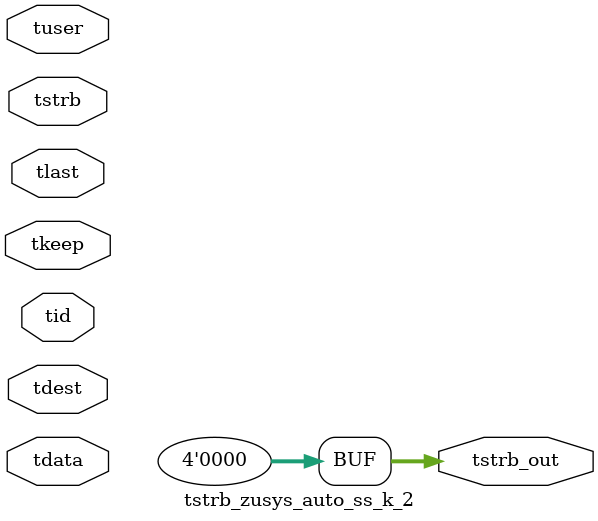
<source format=v>


`timescale 1ps/1ps

module tstrb_zusys_auto_ss_k_2 #
(
parameter C_S_AXIS_TDATA_WIDTH = 32,
parameter C_S_AXIS_TUSER_WIDTH = 0,
parameter C_S_AXIS_TID_WIDTH   = 0,
parameter C_S_AXIS_TDEST_WIDTH = 0,
parameter C_M_AXIS_TDATA_WIDTH = 32
)
(
input  [(C_S_AXIS_TDATA_WIDTH == 0 ? 1 : C_S_AXIS_TDATA_WIDTH)-1:0     ] tdata,
input  [(C_S_AXIS_TUSER_WIDTH == 0 ? 1 : C_S_AXIS_TUSER_WIDTH)-1:0     ] tuser,
input  [(C_S_AXIS_TID_WIDTH   == 0 ? 1 : C_S_AXIS_TID_WIDTH)-1:0       ] tid,
input  [(C_S_AXIS_TDEST_WIDTH == 0 ? 1 : C_S_AXIS_TDEST_WIDTH)-1:0     ] tdest,
input  [(C_S_AXIS_TDATA_WIDTH/8)-1:0 ] tkeep,
input  [(C_S_AXIS_TDATA_WIDTH/8)-1:0 ] tstrb,
input                                                                    tlast,
output [(C_M_AXIS_TDATA_WIDTH/8)-1:0 ] tstrb_out
);

assign tstrb_out = {1'b0};

endmodule


</source>
